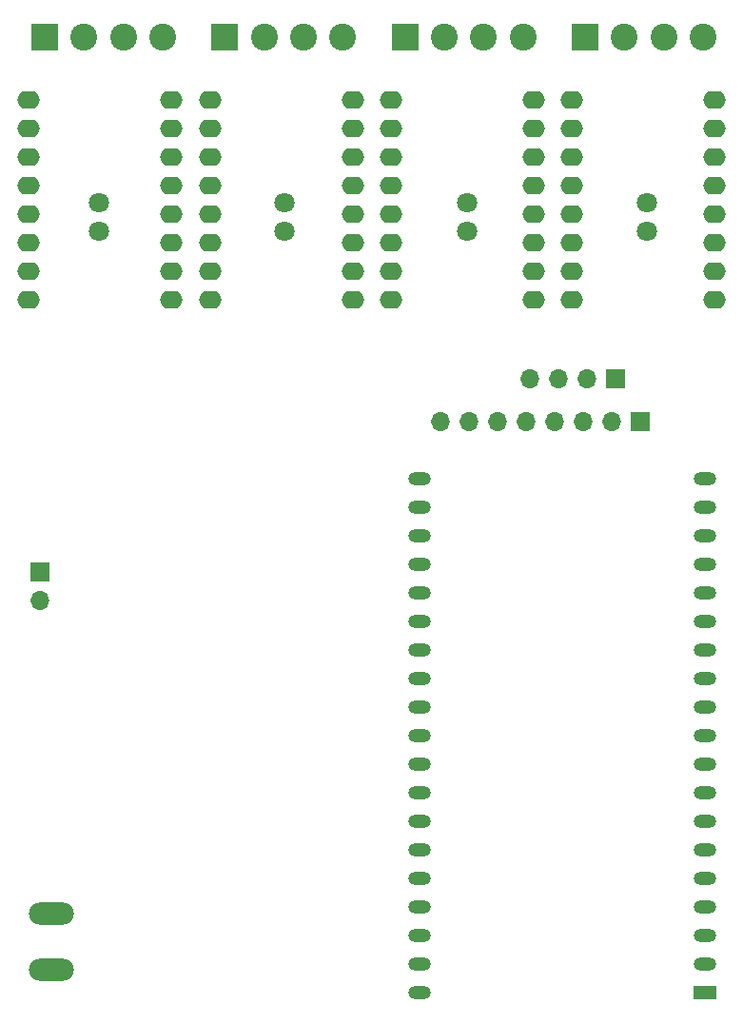
<source format=gbs>
G04 #@! TF.GenerationSoftware,KiCad,Pcbnew,8.0.3-8.0.3-0~ubuntu20.04.1*
G04 #@! TF.CreationDate,2024-10-12T18:08:45-03:00*
G04 #@! TF.ProjectId,syringe_pump,73797269-6e67-4655-9f70-756d702e6b69,rev?*
G04 #@! TF.SameCoordinates,Original*
G04 #@! TF.FileFunction,Soldermask,Bot*
G04 #@! TF.FilePolarity,Negative*
%FSLAX46Y46*%
G04 Gerber Fmt 4.6, Leading zero omitted, Abs format (unit mm)*
G04 Created by KiCad (PCBNEW 8.0.3-8.0.3-0~ubuntu20.04.1) date 2024-10-12 18:08:45*
%MOMM*%
%LPD*%
G01*
G04 APERTURE LIST*
%ADD10C,1.800000*%
%ADD11R,1.700000X1.700000*%
%ADD12O,1.700000X1.700000*%
%ADD13O,4.000000X2.000000*%
%ADD14R,2.000000X1.200000*%
%ADD15O,2.000000X1.200000*%
%ADD16R,2.400000X2.400000*%
%ADD17C,2.400000*%
%ADD18O,2.000000X1.600000*%
G04 APERTURE END LIST*
D10*
X58225000Y-74750000D03*
X58225000Y-72250000D03*
D11*
X106375000Y-91705000D03*
D12*
X103835000Y-91705000D03*
X101295000Y-91705000D03*
X98755000Y-91705000D03*
X96215000Y-91705000D03*
X93675000Y-91705000D03*
X91135000Y-91705000D03*
X88595000Y-91705000D03*
D13*
X54000000Y-140450000D03*
X54000000Y-135450000D03*
D10*
X107000000Y-74750000D03*
X107000000Y-72250000D03*
X74700000Y-74750000D03*
X74700000Y-72250000D03*
D11*
X104240000Y-87900000D03*
D12*
X101700000Y-87900000D03*
X99160000Y-87900000D03*
X96620000Y-87900000D03*
D11*
X53000000Y-105025000D03*
D12*
X53000000Y-107565000D03*
D10*
X91000000Y-74750000D03*
X91000000Y-72250000D03*
D14*
X112160000Y-142510000D03*
D15*
X112160000Y-139970000D03*
X112160000Y-137430000D03*
X112160000Y-134890000D03*
X112160000Y-132350000D03*
X112160000Y-129810000D03*
X112160000Y-127270000D03*
X112160000Y-124730000D03*
X112160000Y-122190000D03*
X112160000Y-119650000D03*
X112160000Y-117110000D03*
X112160000Y-114570000D03*
X112160000Y-112030000D03*
X112160000Y-109490000D03*
X112160000Y-106950000D03*
X112160000Y-104410000D03*
X112160000Y-101870000D03*
X112160000Y-99330000D03*
X112160000Y-96790000D03*
X86763680Y-96792720D03*
X86763680Y-99332720D03*
X86760000Y-101870000D03*
X86760000Y-104410000D03*
X86760000Y-106950000D03*
X86760000Y-109490000D03*
X86760000Y-112030000D03*
X86760000Y-114570000D03*
X86760000Y-117110000D03*
X86760000Y-119650000D03*
X86760000Y-122190000D03*
X86760000Y-124730000D03*
X86760000Y-127270000D03*
X86760000Y-129810000D03*
X86760000Y-132350000D03*
X86760000Y-134890000D03*
X86760000Y-137430000D03*
X86760000Y-139970000D03*
X86760000Y-142510000D03*
D16*
X69433333Y-57500000D03*
D17*
X72933333Y-57500000D03*
X76433333Y-57500000D03*
X79933333Y-57500000D03*
D18*
X68100000Y-80890000D03*
X68100000Y-78350000D03*
X68100000Y-75810000D03*
X68100000Y-73270000D03*
X68100000Y-70730000D03*
X68100000Y-68190000D03*
X68100000Y-65650000D03*
X68100000Y-63110000D03*
X80800000Y-63110000D03*
X80800000Y-65650000D03*
X80800000Y-68190000D03*
X80800000Y-70730000D03*
X80800000Y-73270000D03*
X80800000Y-75810000D03*
X80800000Y-78350000D03*
X80800000Y-80890000D03*
D16*
X53400000Y-57500000D03*
D17*
X56900000Y-57500000D03*
X60400000Y-57500000D03*
X63900000Y-57500000D03*
D16*
X101500000Y-57500000D03*
D17*
X105000000Y-57500000D03*
X108500000Y-57500000D03*
X112000000Y-57500000D03*
D18*
X84200000Y-80890000D03*
X84200000Y-78350000D03*
X84200000Y-75810000D03*
X84200000Y-73270000D03*
X84200000Y-70730000D03*
X84200000Y-68190000D03*
X84200000Y-65650000D03*
X84200000Y-63110000D03*
X96900000Y-63110000D03*
X96900000Y-65650000D03*
X96900000Y-68190000D03*
X96900000Y-70730000D03*
X96900000Y-73270000D03*
X96900000Y-75810000D03*
X96900000Y-78350000D03*
X96900000Y-80890000D03*
D16*
X85466666Y-57500000D03*
D17*
X88966666Y-57500000D03*
X92466666Y-57500000D03*
X95966666Y-57500000D03*
D18*
X52000000Y-80890000D03*
X52000000Y-78350000D03*
X52000000Y-75810000D03*
X52000000Y-73270000D03*
X52000000Y-70730000D03*
X52000000Y-68190000D03*
X52000000Y-65650000D03*
X52000000Y-63110000D03*
X64700000Y-63110000D03*
X64700000Y-65650000D03*
X64700000Y-68190000D03*
X64700000Y-70730000D03*
X64700000Y-73270000D03*
X64700000Y-75810000D03*
X64700000Y-78350000D03*
X64700000Y-80890000D03*
X100300000Y-80890000D03*
X100300000Y-78350000D03*
X100300000Y-75810000D03*
X100300000Y-73270000D03*
X100300000Y-70730000D03*
X100300000Y-68190000D03*
X100300000Y-65650000D03*
X100300000Y-63110000D03*
X113000000Y-63110000D03*
X113000000Y-65650000D03*
X113000000Y-68190000D03*
X113000000Y-70730000D03*
X113000000Y-73270000D03*
X113000000Y-75810000D03*
X113000000Y-78350000D03*
X113000000Y-80890000D03*
M02*

</source>
